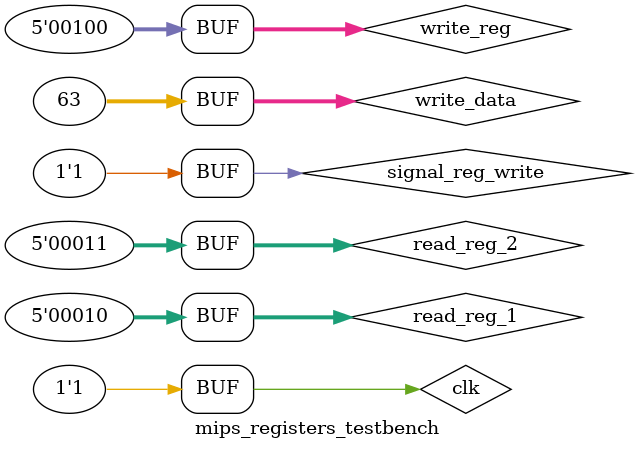
<source format=v>
module mips_registers_testbench();

wire [31:0] read_data_1, read_data_2;
reg [31:0] write_data;
reg [4:0] read_reg_1, read_reg_2, write_reg;
reg signal_reg_write, clk;

mips_registers regblock(read_data_1, read_data_2, write_data, read_reg_1, read_reg_2, write_reg, signal_reg_write, clk );

initial begin
read_reg_1 = 5'b00000; read_reg_2 = 5'b00001; write_reg = 5'b00010; write_data = 32'b000000; clk=0; signal_reg_write=1;
#10;
read_reg_1 = 5'b00000; read_reg_2 = 5'b00001; write_reg = 5'b00010; write_data = 32'b101010; clk=1; signal_reg_write=1;
#10;
read_reg_1 = 5'b00001; read_reg_2 = 5'b00010; write_reg = 5'b00011; write_data = 32'b000000; clk=0; signal_reg_write=1;
#10;
read_reg_1 = 5'b00001; read_reg_2 = 5'b00010; write_reg = 5'b00011; write_data = 32'b010101; clk=1; signal_reg_write=1;
#10;
read_reg_1 = 5'b00010; read_reg_2 = 5'b00011; write_reg = 5'b00100; write_data = 32'b000000; clk=0; signal_reg_write=1;
#10;
read_reg_1 = 5'b00010; read_reg_2 = 5'b00011; write_reg = 5'b00100; write_data = 32'b111111; clk=1; signal_reg_write=1;
#10;

end


initial
begin
$monitor("time = %2d,clock=%d,read_reg_1 =%5b, read_reg_2=%5b read_data_1=%32b, read_data_2=%32b, result=%32b", $time, clk,read_reg_1, read_reg_2,read_data_1,read_data_2, write_data);
end



endmodule
</source>
